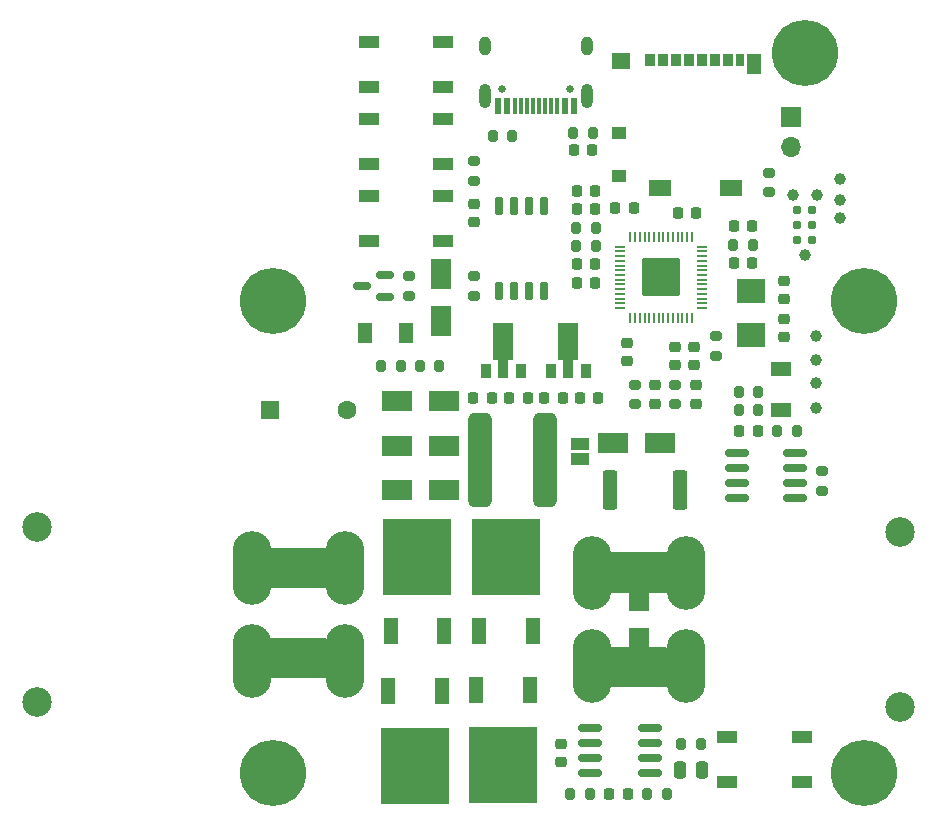
<source format=gbr>
%TF.GenerationSoftware,KiCad,Pcbnew,(6.99.0-874-g7b84e0a7d9-dirty)*%
%TF.CreationDate,2022-02-16T19:00:38-05:00*%
%TF.ProjectId,MotorcycleBatterIsolator,4d6f746f-7263-4796-936c-654261747465,rev?*%
%TF.SameCoordinates,Original*%
%TF.FileFunction,Soldermask,Top*%
%TF.FilePolarity,Negative*%
%FSLAX46Y46*%
G04 Gerber Fmt 4.6, Leading zero omitted, Abs format (unit mm)*
G04 Created by KiCad (PCBNEW (6.99.0-874-g7b84e0a7d9-dirty)) date 2022-02-16 19:00:38*
%MOMM*%
%LPD*%
G01*
G04 APERTURE LIST*
G04 Aperture macros list*
%AMRoundRect*
0 Rectangle with rounded corners*
0 $1 Rounding radius*
0 $2 $3 $4 $5 $6 $7 $8 $9 X,Y pos of 4 corners*
0 Add a 4 corners polygon primitive as box body*
4,1,4,$2,$3,$4,$5,$6,$7,$8,$9,$2,$3,0*
0 Add four circle primitives for the rounded corners*
1,1,$1+$1,$2,$3*
1,1,$1+$1,$4,$5*
1,1,$1+$1,$6,$7*
1,1,$1+$1,$8,$9*
0 Add four rect primitives between the rounded corners*
20,1,$1+$1,$2,$3,$4,$5,0*
20,1,$1+$1,$4,$5,$6,$7,0*
20,1,$1+$1,$6,$7,$8,$9,0*
20,1,$1+$1,$8,$9,$2,$3,0*%
%AMFreePoly0*
4,1,9,3.862500,-0.866500,0.737500,-0.866500,0.737500,-0.450000,-0.737500,-0.450000,-0.737500,0.450000,0.737500,0.450000,0.737500,0.866500,3.862500,0.866500,3.862500,-0.866500,3.862500,-0.866500,$1*%
G04 Aperture macros list end*
%ADD10C,0.150000*%
%ADD11C,1.000000*%
%ADD12RoundRect,0.225000X-0.225000X-0.250000X0.225000X-0.250000X0.225000X0.250000X-0.225000X0.250000X0*%
%ADD13RoundRect,0.150000X0.825000X0.150000X-0.825000X0.150000X-0.825000X-0.150000X0.825000X-0.150000X0*%
%ADD14RoundRect,0.200000X0.200000X0.275000X-0.200000X0.275000X-0.200000X-0.275000X0.200000X-0.275000X0*%
%ADD15C,5.600000*%
%ADD16RoundRect,0.225000X-0.250000X0.225000X-0.250000X-0.225000X0.250000X-0.225000X0.250000X0.225000X0*%
%ADD17R,0.900000X1.300000*%
%ADD18FreePoly0,90.000000*%
%ADD19RoundRect,0.162500X-0.825000X-0.162500X0.825000X-0.162500X0.825000X0.162500X-0.825000X0.162500X0*%
%ADD20RoundRect,0.200000X-0.200000X-0.275000X0.200000X-0.275000X0.200000X0.275000X-0.200000X0.275000X0*%
%ADD21RoundRect,0.200000X0.275000X-0.200000X0.275000X0.200000X-0.275000X0.200000X-0.275000X-0.200000X0*%
%ADD22C,0.650000*%
%ADD23R,0.600000X1.450000*%
%ADD24R,0.300000X1.450000*%
%ADD25O,1.000000X2.100000*%
%ADD26O,1.000000X1.600000*%
%ADD27R,1.500000X1.000000*%
%ADD28R,0.850000X1.100000*%
%ADD29R,0.750000X1.100000*%
%ADD30R,1.200000X1.000000*%
%ADD31R,1.550000X1.350000*%
%ADD32R,1.900000X1.350000*%
%ADD33R,1.170000X1.800000*%
%ADD34O,3.270000X6.230000*%
%ADD35C,2.500000*%
%ADD36R,1.200000X2.200000*%
%ADD37R,5.800000X6.400000*%
%ADD38RoundRect,0.200000X-0.275000X0.200000X-0.275000X-0.200000X0.275000X-0.200000X0.275000X0.200000X0*%
%ADD39RoundRect,0.225000X0.225000X0.250000X-0.225000X0.250000X-0.225000X-0.250000X0.225000X-0.250000X0*%
%ADD40R,1.600000X1.600000*%
%ADD41C,1.600000*%
%ADD42RoundRect,0.250000X0.250000X0.475000X-0.250000X0.475000X-0.250000X-0.475000X0.250000X-0.475000X0*%
%ADD43R,2.500000X1.800000*%
%ADD44R,1.700000X1.300000*%
%ADD45R,1.300000X1.700000*%
%ADD46R,1.700000X1.700000*%
%ADD47O,1.700000X1.700000*%
%ADD48RoundRect,0.150000X0.587500X0.150000X-0.587500X0.150000X-0.587500X-0.150000X0.587500X-0.150000X0*%
%ADD49R,1.800000X2.500000*%
%ADD50R,2.400000X2.000000*%
%ADD51R,1.700000X1.000000*%
%ADD52RoundRect,0.218750X0.256250X-0.218750X0.256250X0.218750X-0.256250X0.218750X-0.256250X-0.218750X0*%
%ADD53RoundRect,0.050000X0.050000X-0.387500X0.050000X0.387500X-0.050000X0.387500X-0.050000X-0.387500X0*%
%ADD54RoundRect,0.050000X0.387500X-0.050000X0.387500X0.050000X-0.387500X0.050000X-0.387500X-0.050000X0*%
%ADD55RoundRect,0.144000X1.456000X-1.456000X1.456000X1.456000X-1.456000X1.456000X-1.456000X-1.456000X0*%
%ADD56RoundRect,0.250000X-0.362500X-1.425000X0.362500X-1.425000X0.362500X1.425000X-0.362500X1.425000X0*%
%ADD57RoundRect,0.225000X0.250000X-0.225000X0.250000X0.225000X-0.250000X0.225000X-0.250000X-0.225000X0*%
%ADD58C,0.990600*%
%ADD59C,0.787400*%
%ADD60RoundRect,0.500000X0.500000X3.500000X-0.500000X3.500000X-0.500000X-3.500000X0.500000X-3.500000X0*%
%ADD61RoundRect,0.218750X0.218750X0.256250X-0.218750X0.256250X-0.218750X-0.256250X0.218750X-0.256250X0*%
%ADD62RoundRect,0.150000X0.150000X-0.650000X0.150000X0.650000X-0.150000X0.650000X-0.150000X-0.650000X0*%
G04 APERTURE END LIST*
D10*
X136500000Y-148375000D02*
X141500000Y-148375000D01*
X141500000Y-148375000D02*
X141500000Y-151625000D01*
X141500000Y-151625000D02*
X136500000Y-151625000D01*
X136500000Y-151625000D02*
X136500000Y-148375000D01*
G36*
X136500000Y-148375000D02*
G01*
X141500000Y-148375000D01*
X141500000Y-151625000D01*
X136500000Y-151625000D01*
X136500000Y-148375000D01*
G37*
X107500000Y-148000000D02*
X112500000Y-148000000D01*
X112500000Y-148000000D02*
X112500000Y-151250000D01*
X112500000Y-151250000D02*
X107500000Y-151250000D01*
X107500000Y-151250000D02*
X107500000Y-148000000D01*
G36*
X107500000Y-148000000D02*
G01*
X112500000Y-148000000D01*
X112500000Y-151250000D01*
X107500000Y-151250000D01*
X107500000Y-148000000D01*
G37*
X136250000Y-156375000D02*
X141250000Y-156375000D01*
X141250000Y-156375000D02*
X141250000Y-159625000D01*
X141250000Y-159625000D02*
X136250000Y-159625000D01*
X136250000Y-159625000D02*
X136250000Y-156375000D01*
G36*
X136250000Y-156375000D02*
G01*
X141250000Y-156375000D01*
X141250000Y-159625000D01*
X136250000Y-159625000D01*
X136250000Y-156375000D01*
G37*
X107500000Y-155625000D02*
X112500000Y-155625000D01*
X112500000Y-155625000D02*
X112500000Y-158875000D01*
X112500000Y-158875000D02*
X107500000Y-158875000D01*
X107500000Y-158875000D02*
X107500000Y-155625000D01*
G36*
X107500000Y-155625000D02*
G01*
X112500000Y-155625000D01*
X112500000Y-158875000D01*
X107500000Y-158875000D01*
X107500000Y-155625000D01*
G37*
D11*
%TO.C,TP8*%
X156000000Y-116700000D03*
%TD*%
%TO.C,TP7*%
X156000000Y-118500000D03*
%TD*%
%TO.C,TP6*%
X156000000Y-120000000D03*
%TD*%
%TO.C,TP4*%
X154000000Y-130000000D03*
%TD*%
%TO.C,TP3*%
X154000000Y-132000000D03*
%TD*%
%TO.C,TP2*%
X154000000Y-134000000D03*
%TD*%
%TO.C,TP1*%
X154000000Y-136050000D03*
%TD*%
D12*
%TO.C,C11*%
X147025000Y-120700000D03*
X148575000Y-120700000D03*
%TD*%
D13*
%TO.C,U4*%
X152225000Y-143655000D03*
X152225000Y-142385000D03*
X152225000Y-141115000D03*
X152225000Y-139845000D03*
X147275000Y-139845000D03*
X147275000Y-141115000D03*
X147275000Y-142385000D03*
X147275000Y-143655000D03*
%TD*%
D14*
%TO.C,R11*%
X141325000Y-168750000D03*
X139675000Y-168750000D03*
%TD*%
D15*
%TO.C,H4*%
X108000000Y-127000000D03*
%TD*%
D16*
%TO.C,C1*%
X132367500Y-164525000D03*
X132367500Y-166075000D03*
%TD*%
%TO.C,C22*%
X138000000Y-130535000D03*
X138000000Y-132085000D03*
%TD*%
D14*
%TO.C,R18*%
X135325000Y-122350000D03*
X133675000Y-122350000D03*
%TD*%
D17*
%TO.C,U2*%
X131499999Y-132899999D03*
D18*
X133000000Y-132812500D03*
D17*
X134499999Y-132899999D03*
%TD*%
D19*
%TO.C,U1*%
X134830000Y-163145000D03*
X134830000Y-164415000D03*
X134830000Y-165685000D03*
X134830000Y-166955000D03*
X139905000Y-166955000D03*
X139905000Y-165685000D03*
X139905000Y-164415000D03*
X139905000Y-163145000D03*
%TD*%
D20*
%TO.C,R29*%
X147425000Y-136250000D03*
X149075000Y-136250000D03*
%TD*%
D21*
%TO.C,R15*%
X150000000Y-117825000D03*
X150000000Y-116175000D03*
%TD*%
D22*
%TO.C,J5*%
X133140000Y-109100000D03*
X127360000Y-109100000D03*
D23*
X133499999Y-110544999D03*
X132699999Y-110544999D03*
D24*
X131499999Y-110544999D03*
X130499999Y-110544999D03*
X129999999Y-110544999D03*
X128999999Y-110544999D03*
D23*
X127799999Y-110544999D03*
X126999999Y-110544999D03*
X126999999Y-110544999D03*
X127799999Y-110544999D03*
D24*
X128499999Y-110544999D03*
X129499999Y-110544999D03*
X130999999Y-110544999D03*
X131999999Y-110544999D03*
D23*
X132699999Y-110544999D03*
X133499999Y-110544999D03*
D25*
X134569999Y-109629999D03*
D26*
X134569999Y-105449999D03*
D25*
X125929999Y-109629999D03*
D26*
X125929999Y-105449999D03*
%TD*%
D12*
%TO.C,C14*%
X136975000Y-119150000D03*
X138525000Y-119150000D03*
%TD*%
D21*
%TO.C,R17*%
X145500000Y-131635000D03*
X145500000Y-129985000D03*
%TD*%
D17*
%TO.C,U6*%
X125999999Y-132899999D03*
D18*
X127500000Y-132812500D03*
D17*
X128999999Y-132899999D03*
%TD*%
D16*
%TO.C,C6*%
X125000000Y-118785000D03*
X125000000Y-120335000D03*
%TD*%
D27*
%TO.C,JP1*%
X133999999Y-139099999D03*
X133999999Y-140399999D03*
%TD*%
D28*
%TO.C,J2*%
X139894999Y-106609999D03*
X140994999Y-106609999D03*
X142094999Y-106609999D03*
X143194999Y-106609999D03*
X144294999Y-106609999D03*
X145394999Y-106609999D03*
X146494999Y-106609999D03*
D29*
X147544999Y-106609999D03*
D30*
X137259999Y-112759999D03*
X137259999Y-116459999D03*
D31*
X137434999Y-106734999D03*
D32*
X140759999Y-117434999D03*
X146729999Y-117434999D03*
D33*
X148754999Y-106959999D03*
%TD*%
D34*
%TO.C,J1*%
X114117499Y-157499999D03*
X106197499Y-157499999D03*
X114117499Y-149599999D03*
X106197499Y-149599999D03*
D35*
X88017500Y-160940000D03*
X88017500Y-146160000D03*
%TD*%
D16*
%TO.C,C10*%
X151250000Y-125285000D03*
X151250000Y-126835000D03*
%TD*%
D15*
%TO.C,H2*%
X153000000Y-106000000D03*
%TD*%
D36*
%TO.C,Q6*%
X117944999Y-154974999D03*
D37*
X120224999Y-148674999D03*
D36*
X122504999Y-154974999D03*
%TD*%
D38*
%TO.C,R10*%
X119500000Y-124925000D03*
X119500000Y-126575000D03*
%TD*%
D39*
%TO.C,C3*%
X132525000Y-135250000D03*
X130975000Y-135250000D03*
%TD*%
D40*
%TO.C,BZ1*%
X107749999Y-136249999D03*
D41*
X114250000Y-136250000D03*
%TD*%
D42*
%TO.C,C2*%
X144317500Y-166750000D03*
X142417500Y-166750000D03*
%TD*%
D43*
%TO.C,D1*%
X122499999Y-139249999D03*
X118499999Y-139249999D03*
%TD*%
D44*
%TO.C,D13*%
X150999999Y-132749999D03*
X150999999Y-136249999D03*
%TD*%
D21*
%TO.C,R22*%
X142050000Y-135775000D03*
X142050000Y-134125000D03*
%TD*%
D15*
%TO.C,H3*%
X158000000Y-167000000D03*
%TD*%
D20*
%TO.C,R23*%
X150675000Y-138000000D03*
X152325000Y-138000000D03*
%TD*%
D45*
%TO.C,D12*%
X119249999Y-129749999D03*
X115749999Y-129749999D03*
%TD*%
D16*
%TO.C,C21*%
X143600000Y-130900000D03*
X143600000Y-132450000D03*
%TD*%
D39*
%TO.C,C12*%
X135275000Y-119250000D03*
X133725000Y-119250000D03*
%TD*%
%TO.C,C15*%
X135275000Y-117700000D03*
X133725000Y-117700000D03*
%TD*%
%TO.C,C16*%
X126500000Y-135250000D03*
X124950000Y-135250000D03*
%TD*%
D12*
%TO.C,C13*%
X142250000Y-119560000D03*
X143800000Y-119560000D03*
%TD*%
D15*
%TO.C,H5*%
X158000000Y-127000000D03*
%TD*%
D46*
%TO.C,TH1*%
X151874999Y-111474999D03*
D47*
X151874999Y-114014999D03*
%TD*%
D48*
%TO.C,Q7*%
X117437500Y-126700000D03*
X117437500Y-124800000D03*
X115562500Y-125750000D03*
%TD*%
D49*
%TO.C,D8*%
X138999999Y-151999999D03*
X138999999Y-155999999D03*
%TD*%
D12*
%TO.C,C5*%
X133475000Y-114250000D03*
X135025000Y-114250000D03*
%TD*%
D34*
%TO.C,J4*%
X134999999Y-150049999D03*
X142919999Y-150049999D03*
X134999999Y-157949999D03*
X142919999Y-157949999D03*
D35*
X161100000Y-146610000D03*
X161100000Y-161390000D03*
%TD*%
D38*
%TO.C,R13*%
X125000000Y-115175000D03*
X125000000Y-116825000D03*
%TD*%
D50*
%TO.C,Y1*%
X148499999Y-129909999D03*
X148499999Y-126209999D03*
%TD*%
D36*
%TO.C,Q3*%
X122279999Y-160049999D03*
D37*
X119999999Y-166349999D03*
D36*
X117719999Y-160049999D03*
%TD*%
D51*
%TO.C,SW4*%
X122399999Y-115399999D03*
X116099999Y-115399999D03*
X122399999Y-111599999D03*
X116099999Y-111599999D03*
%TD*%
%TO.C,SW3*%
X122399999Y-121899999D03*
X116099999Y-121899999D03*
X122399999Y-118099999D03*
X116099999Y-118099999D03*
%TD*%
D20*
%TO.C,R12*%
X133175000Y-168750000D03*
X134825000Y-168750000D03*
%TD*%
D49*
%TO.C,D10*%
X122249999Y-128749999D03*
X122249999Y-124749999D03*
%TD*%
D52*
%TO.C,D9*%
X143800000Y-135737500D03*
X143800000Y-134162500D03*
%TD*%
D39*
%TO.C,C4*%
X135525000Y-135250000D03*
X133975000Y-135250000D03*
%TD*%
D43*
%TO.C,D3*%
X122499999Y-142999999D03*
X118499999Y-142999999D03*
%TD*%
D14*
%TO.C,R27*%
X118825000Y-132500000D03*
X117175000Y-132500000D03*
%TD*%
D20*
%TO.C,R20*%
X126600000Y-113060000D03*
X128250000Y-113060000D03*
%TD*%
D15*
%TO.C,H1*%
X108000000Y-167000000D03*
%TD*%
D12*
%TO.C,C8*%
X147475000Y-138000000D03*
X149025000Y-138000000D03*
%TD*%
D53*
%TO.C,U5*%
X138250000Y-128447500D03*
X138650000Y-128447500D03*
X139050000Y-128447500D03*
X139450000Y-128447500D03*
X139850000Y-128447500D03*
X140250000Y-128447500D03*
X140650000Y-128447500D03*
X141050000Y-128447500D03*
X141450000Y-128447500D03*
X141850000Y-128447500D03*
X142250000Y-128447500D03*
X142650000Y-128447500D03*
X143050000Y-128447500D03*
X143450000Y-128447500D03*
D54*
X144287500Y-127610000D03*
X144287500Y-127210000D03*
X144287500Y-126810000D03*
X144287500Y-126410000D03*
X144287500Y-126010000D03*
X144287500Y-125610000D03*
X144287500Y-125210000D03*
X144287500Y-124810000D03*
X144287500Y-124410000D03*
X144287500Y-124010000D03*
X144287500Y-123610000D03*
X144287500Y-123210000D03*
X144287500Y-122810000D03*
X144287500Y-122410000D03*
D53*
X143450000Y-121572500D03*
X143050000Y-121572500D03*
X142650000Y-121572500D03*
X142250000Y-121572500D03*
X141850000Y-121572500D03*
X141450000Y-121572500D03*
X141050000Y-121572500D03*
X140650000Y-121572500D03*
X140250000Y-121572500D03*
X139850000Y-121572500D03*
X139450000Y-121572500D03*
X139050000Y-121572500D03*
X138650000Y-121572500D03*
X138250000Y-121572500D03*
D54*
X137412500Y-122410000D03*
X137412500Y-122810000D03*
X137412500Y-123210000D03*
X137412500Y-123610000D03*
X137412500Y-124010000D03*
X137412500Y-124410000D03*
X137412500Y-124810000D03*
X137412500Y-125210000D03*
X137412500Y-125610000D03*
X137412500Y-126010000D03*
X137412500Y-126410000D03*
X137412500Y-126810000D03*
X137412500Y-127210000D03*
X137412500Y-127610000D03*
D55*
X140850000Y-125010000D03*
%TD*%
D36*
%TO.C,Q2*%
X129754999Y-159974999D03*
D37*
X127474999Y-166274999D03*
D36*
X125194999Y-159974999D03*
%TD*%
D51*
%TO.C,SW1*%
X146467499Y-163899999D03*
X152767499Y-163899999D03*
X146467499Y-167699999D03*
X152767499Y-167699999D03*
%TD*%
D16*
%TO.C,C20*%
X142000000Y-130925000D03*
X142000000Y-132475000D03*
%TD*%
D36*
%TO.C,Q5*%
X125444999Y-154974999D03*
D37*
X127724999Y-148674999D03*
D36*
X130004999Y-154974999D03*
%TD*%
D39*
%TO.C,C19*%
X129550000Y-135250000D03*
X128000000Y-135250000D03*
%TD*%
D14*
%TO.C,R1*%
X144192500Y-164500000D03*
X142542500Y-164500000D03*
%TD*%
D56*
%TO.C,R14*%
X136537500Y-143000000D03*
X142462500Y-143000000D03*
%TD*%
D52*
%TO.C,D11*%
X140350000Y-135712500D03*
X140350000Y-134137500D03*
%TD*%
D14*
%TO.C,R21*%
X135075000Y-112750000D03*
X133425000Y-112750000D03*
%TD*%
%TO.C,R26*%
X122075000Y-132500000D03*
X120425000Y-132500000D03*
%TD*%
D39*
%TO.C,C17*%
X135275000Y-123900000D03*
X133725000Y-123900000D03*
%TD*%
D43*
%TO.C,D7*%
X140749999Y-138999999D03*
X136749999Y-138999999D03*
%TD*%
D39*
%TO.C,C9*%
X135275000Y-125450000D03*
X133725000Y-125450000D03*
%TD*%
D12*
%TO.C,C18*%
X147000000Y-123810000D03*
X148550000Y-123810000D03*
%TD*%
D14*
%TO.C,R28*%
X148625000Y-122250000D03*
X146975000Y-122250000D03*
%TD*%
D43*
%TO.C,D2*%
X122499999Y-135499999D03*
X118499999Y-135499999D03*
%TD*%
D57*
%TO.C,C7*%
X151250000Y-130085000D03*
X151250000Y-128535000D03*
%TD*%
D21*
%TO.C,R25*%
X154500000Y-143075000D03*
X154500000Y-141425000D03*
%TD*%
%TO.C,R24*%
X138600000Y-135750000D03*
X138600000Y-134100000D03*
%TD*%
D58*
%TO.C,J3*%
X153000000Y-123100000D03*
X151984000Y-118020000D03*
X154016000Y-118020000D03*
D59*
X153635000Y-121830000D03*
X152365000Y-121830000D03*
X153635000Y-120560000D03*
X152365000Y-120560000D03*
X153635000Y-119290000D03*
X152365000Y-119290000D03*
%TD*%
D14*
%TO.C,R19*%
X135325000Y-120800000D03*
X133675000Y-120800000D03*
%TD*%
D51*
%TO.C,SW2*%
X122399999Y-108899999D03*
X116099999Y-108899999D03*
X122399999Y-105099999D03*
X116099999Y-105099999D03*
%TD*%
D60*
%TO.C,R4*%
X131000000Y-140500000D03*
X125500000Y-140500000D03*
%TD*%
D20*
%TO.C,R30*%
X147425000Y-134750000D03*
X149075000Y-134750000D03*
%TD*%
D61*
%TO.C,D6*%
X138037500Y-168750000D03*
X136462500Y-168750000D03*
%TD*%
D38*
%TO.C,R16*%
X125000000Y-124925000D03*
X125000000Y-126575000D03*
%TD*%
D62*
%TO.C,U3*%
X127095000Y-126160000D03*
X128365000Y-126160000D03*
X129635000Y-126160000D03*
X130905000Y-126160000D03*
X130905000Y-118960000D03*
X129635000Y-118960000D03*
X128365000Y-118960000D03*
X127095000Y-118960000D03*
%TD*%
M02*

</source>
